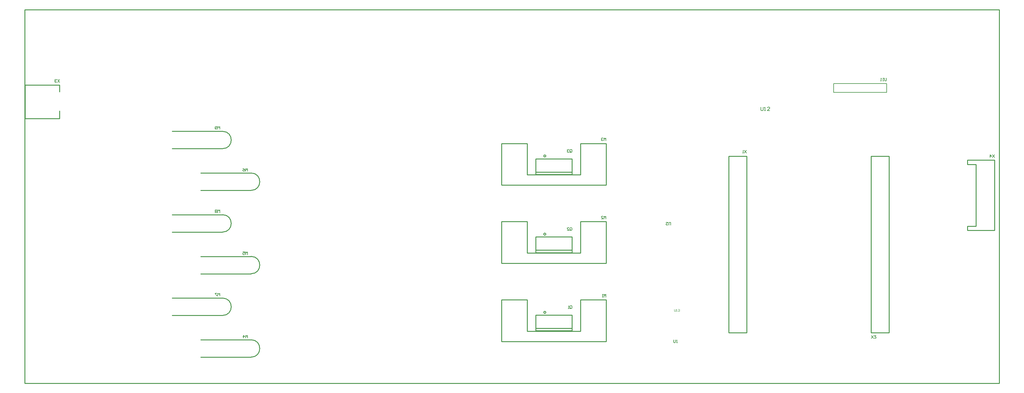
<source format=gbo>
G04 Layer_Color=32896*
%FSLAX43Y43*%
%MOMM*%
G71*
G01*
G75*
%ADD29C,0.150*%
%ADD32C,0.200*%
%ADD36C,0.254*%
%ADD37C,0.178*%
%ADD38C,0.100*%
D29*
X156636Y21630D02*
Y22163D01*
X156769Y22296D01*
X157036D01*
X157169Y22163D01*
Y21630D01*
X157036Y21497D01*
X156769D01*
X156903Y21763D02*
X156636Y21497D01*
X156769D02*
X156636Y21630D01*
X156369Y21497D02*
X156103D01*
X156236D01*
Y22296D01*
X156369Y22163D01*
X64000Y37000D02*
Y37800D01*
X63733Y37533D01*
X63467Y37800D01*
Y37000D01*
X62667Y37800D02*
X63200D01*
Y37400D01*
X62934Y37533D01*
X62800D01*
X62667Y37400D01*
Y37133D01*
X62800Y37000D01*
X63067D01*
X63200Y37133D01*
X64000Y13000D02*
Y13800D01*
X63733Y13533D01*
X63467Y13800D01*
Y13000D01*
X62800D02*
Y13800D01*
X63200Y13400D01*
X62667D01*
X247581Y87824D02*
Y87158D01*
X247448Y87024D01*
X247181D01*
X247048Y87158D01*
Y87824D01*
X246781Y87024D02*
X246515D01*
X246648D01*
Y87824D01*
X246781Y87691D01*
X246115Y87024D02*
X245848D01*
X245982D01*
Y87824D01*
X246115Y87691D01*
X207307Y67046D02*
X206773Y66246D01*
Y67046D02*
X207307Y66246D01*
X206507D02*
X206240D01*
X206373D01*
Y67046D01*
X206507Y66913D01*
X166966Y69792D02*
Y70592D01*
X166699Y70325D01*
X166432Y70592D01*
Y69792D01*
X166166Y70458D02*
X166033Y70592D01*
X165766D01*
X165633Y70458D01*
Y70325D01*
X165766Y70192D01*
X165899D01*
X165766D01*
X165633Y70058D01*
Y69925D01*
X165766Y69792D01*
X166033D01*
X166166Y69925D01*
X9978Y87415D02*
X9445Y86615D01*
Y87415D02*
X9978Y86615D01*
X9178Y87281D02*
X9045Y87415D01*
X8779D01*
X8645Y87281D01*
Y87148D01*
X8779Y87015D01*
X8912D01*
X8779D01*
X8645Y86882D01*
Y86748D01*
X8779Y86615D01*
X9045D01*
X9178Y86748D01*
X278584Y65777D02*
X278051Y64977D01*
Y65777D02*
X278584Y64977D01*
X277384D02*
Y65777D01*
X277784Y65377D01*
X277251D01*
X243253Y12894D02*
X243787Y13694D01*
Y12894D02*
X243253Y13694D01*
X244586D02*
X244053D01*
X244586Y13161D01*
Y13027D01*
X244453Y12894D01*
X244187D01*
X244053Y13027D01*
X156650Y66608D02*
Y67141D01*
X156783Y67274D01*
X157050D01*
X157183Y67141D01*
Y66608D01*
X157050Y66474D01*
X156783D01*
X156917Y66741D02*
X156650Y66474D01*
X156783D02*
X156650Y66608D01*
X156383Y67141D02*
X156250Y67274D01*
X155984D01*
X155850Y67141D01*
Y67008D01*
X155984Y66874D01*
X156117D01*
X155984D01*
X155850Y66741D01*
Y66608D01*
X155984Y66474D01*
X156250D01*
X156383Y66608D01*
X156635Y44128D02*
Y44661D01*
X156769Y44795D01*
X157035D01*
X157168Y44661D01*
Y44128D01*
X157035Y43995D01*
X156769D01*
X156902Y44261D02*
X156635Y43995D01*
X156769D02*
X156635Y44128D01*
X155835Y43995D02*
X156369D01*
X155835Y44528D01*
Y44661D01*
X155969Y44795D01*
X156235D01*
X156369Y44661D01*
X56000Y73100D02*
Y73900D01*
X55733Y73633D01*
X55467Y73900D01*
Y73100D01*
X55200Y73233D02*
X55067Y73100D01*
X54800D01*
X54667Y73233D01*
Y73766D01*
X54800Y73900D01*
X55067D01*
X55200Y73766D01*
Y73633D01*
X55067Y73500D01*
X54667D01*
X56000Y49100D02*
Y49900D01*
X55733Y49633D01*
X55467Y49900D01*
Y49100D01*
X55200Y49766D02*
X55067Y49900D01*
X54800D01*
X54667Y49766D01*
Y49633D01*
X54800Y49500D01*
X54667Y49367D01*
Y49233D01*
X54800Y49100D01*
X55067D01*
X55200Y49233D01*
Y49367D01*
X55067Y49500D01*
X55200Y49633D01*
Y49766D01*
X55067Y49500D02*
X54800D01*
X56000Y25100D02*
Y25900D01*
X55733Y25633D01*
X55467Y25900D01*
Y25100D01*
X55200Y25900D02*
X54667D01*
Y25766D01*
X55200Y25233D01*
Y25100D01*
X64000Y61000D02*
Y61800D01*
X63733Y61533D01*
X63467Y61800D01*
Y61000D01*
X62667Y61800D02*
X62934Y61666D01*
X63200Y61400D01*
Y61133D01*
X63067Y61000D01*
X62800D01*
X62667Y61133D01*
Y61267D01*
X62800Y61400D01*
X63200D01*
X166974Y24797D02*
Y25597D01*
X166707Y25330D01*
X166440Y25597D01*
Y24797D01*
X166174D02*
X165907D01*
X166041D01*
Y25597D01*
X166174Y25463D01*
X166966Y47287D02*
Y48087D01*
X166699Y47821D01*
X166432Y48087D01*
Y47287D01*
X165633D02*
X166166D01*
X165633Y47821D01*
Y47954D01*
X165766Y48087D01*
X166033D01*
X166166Y47954D01*
X186425Y12475D02*
Y11808D01*
X186558Y11675D01*
X186825D01*
X186958Y11808D01*
Y12475D01*
X187225Y11675D02*
X187491D01*
X187358D01*
Y12475D01*
X187225Y12341D01*
X185575Y45525D02*
Y46192D01*
X185442Y46325D01*
X185175D01*
X185042Y46192D01*
Y45525D01*
X184242Y46325D02*
X184775D01*
X184242Y45792D01*
Y45659D01*
X184375Y45525D01*
X184642D01*
X184775Y45659D01*
D32*
X232380Y86270D02*
X247620D01*
X232380Y83730D02*
Y86270D01*
Y83730D02*
X247620D01*
Y86270D01*
D36*
X149700Y20400D02*
G03*
X149700Y20400I-300J0D01*
G01*
X65000Y31500D02*
G03*
X65000Y36500I0J2500D01*
G01*
Y7500D02*
G03*
X65000Y12500I0J2500D01*
G01*
X149700Y65400D02*
G03*
X149700Y65400I-300J0D01*
G01*
Y42900D02*
G03*
X149700Y42900I-300J0D01*
G01*
X56800Y67500D02*
G03*
X56800Y72500I0J2500D01*
G01*
Y43500D02*
G03*
X56800Y48500I0J2500D01*
G01*
Y19500D02*
G03*
X56800Y24500I0J2500D01*
G01*
X65000Y55500D02*
G03*
X65000Y60500I0J2500D01*
G01*
X146800Y15100D02*
X157200D01*
Y19600D01*
X146800D02*
X157200D01*
X146800Y15100D02*
Y19600D01*
Y15800D02*
X157200D01*
X50500Y36500D02*
X65000D01*
X50500Y31500D02*
X65000D01*
X50500Y7500D02*
X65000D01*
X50500Y12500D02*
X65000D01*
X207430Y14570D02*
Y65370D01*
X202230D02*
X207430D01*
X202230Y14570D02*
Y65370D01*
Y14570D02*
X207430D01*
X137000Y57000D02*
X167000D01*
Y69000D01*
X159700D02*
X167000D01*
X159700Y60000D02*
Y69000D01*
X144300Y60000D02*
X159700D01*
X144300D02*
Y69000D01*
X137000D02*
X144300D01*
X137000Y57000D02*
Y69000D01*
X100Y76175D02*
X10000D01*
X100D02*
Y85825D01*
X10000D01*
Y83875D02*
Y85825D01*
Y76175D02*
Y78375D01*
X278600Y44000D02*
Y64200D01*
X270800Y44000D02*
X278600D01*
X270800Y64200D02*
X278600D01*
X270800Y63000D02*
Y64200D01*
Y63000D02*
X273300D01*
Y45200D02*
Y63000D01*
X270800Y45200D02*
X273300D01*
X270800Y44000D02*
Y45200D01*
X243130Y14570D02*
Y65370D01*
Y14570D02*
X248330D01*
Y65370D01*
X243130D02*
X248330D01*
X146800Y60100D02*
X157200D01*
Y64600D01*
X146800D02*
X157200D01*
X146800Y60100D02*
Y64600D01*
Y60800D02*
X157200D01*
X146800Y37600D02*
X157200D01*
Y42100D01*
X146800D02*
X157200D01*
X146800Y37600D02*
Y42100D01*
Y38300D02*
X157200D01*
X42300Y72500D02*
X56800D01*
X42300Y67500D02*
X56800D01*
X42300Y43500D02*
X56800D01*
X42300Y48500D02*
X56800D01*
X42300Y24500D02*
X56800D01*
X42300Y19500D02*
X56800D01*
X50500Y55500D02*
X65000D01*
X50500Y60500D02*
X65000D01*
X137000Y12000D02*
X167000D01*
Y24000D01*
X159700D02*
X167000D01*
X159700Y15000D02*
Y24000D01*
X144300Y15000D02*
X159700D01*
X144300D02*
Y24000D01*
X137000D02*
X144300D01*
X137000Y12000D02*
Y24000D01*
Y34500D02*
X167000D01*
Y46500D01*
X159700D02*
X167000D01*
X159700Y37500D02*
Y46500D01*
X144300Y37500D02*
X159700D01*
X144300D02*
Y46500D01*
X137000D02*
X144300D01*
X137000Y34500D02*
Y46500D01*
X0Y0D02*
X280000D01*
Y107500D01*
X0D02*
X280000D01*
X0Y0D02*
Y107500D01*
D37*
X211476Y79508D02*
Y78661D01*
X211645Y78492D01*
X211984D01*
X212153Y78661D01*
Y79508D01*
X212492Y78492D02*
X212830D01*
X212661D01*
Y79508D01*
X212492Y79338D01*
X214015Y78492D02*
X213338D01*
X214015Y79169D01*
Y79338D01*
X213846Y79508D01*
X213507D01*
X213338Y79338D01*
D38*
X186603Y21346D02*
Y20846D01*
X186703Y20746D01*
X186903D01*
X187003Y20846D01*
Y21346D01*
X187203Y20746D02*
X187403D01*
X187303D01*
Y21346D01*
X187203Y21246D01*
X187703D02*
X187803Y21346D01*
X188003D01*
X188103Y21246D01*
Y21146D01*
X188003Y21046D01*
X187903D01*
X188003D01*
X188103Y20946D01*
Y20846D01*
X188003Y20746D01*
X187803D01*
X187703Y20846D01*
M02*

</source>
